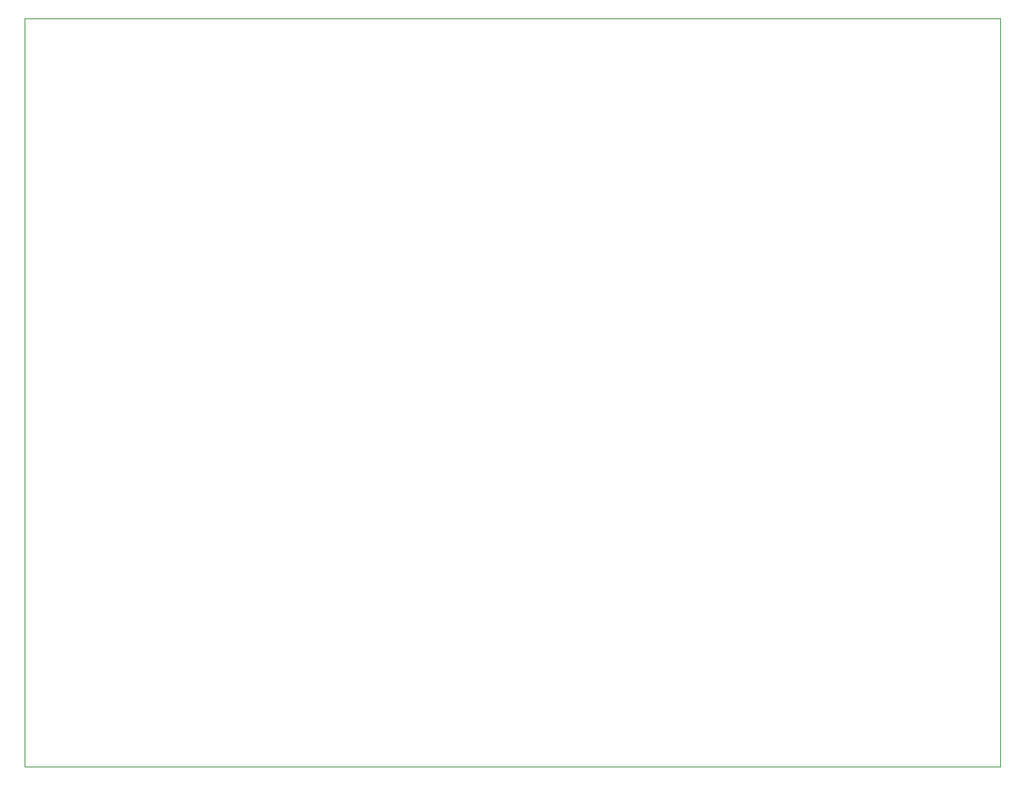
<source format=gko>
G75*
G70*
%OFA0B0*%
%FSLAX24Y24*%
%IPPOS*%
%LPD*%
%AMOC8*
5,1,8,0,0,1.08239X$1,22.5*
%
%ADD10C,0.0000*%
D10*
X000181Y000474D02*
X000181Y032970D01*
X042551Y032970D01*
X042551Y000474D01*
X000181Y000474D01*
M02*

</source>
